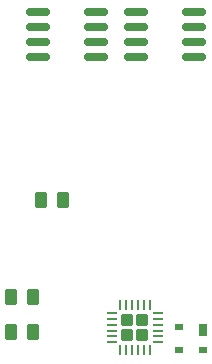
<source format=gbp>
%TF.GenerationSoftware,KiCad,Pcbnew,7.0.2*%
%TF.CreationDate,2023-09-04T15:16:37-04:00*%
%TF.ProjectId,skydiving-altimeter,736b7964-6976-4696-9e67-2d616c74696d,rev?*%
%TF.SameCoordinates,Original*%
%TF.FileFunction,Paste,Bot*%
%TF.FilePolarity,Positive*%
%FSLAX46Y46*%
G04 Gerber Fmt 4.6, Leading zero omitted, Abs format (unit mm)*
G04 Created by KiCad (PCBNEW 7.0.2) date 2023-09-04 15:16:37*
%MOMM*%
%LPD*%
G01*
G04 APERTURE LIST*
G04 Aperture macros list*
%AMRoundRect*
0 Rectangle with rounded corners*
0 $1 Rounding radius*
0 $2 $3 $4 $5 $6 $7 $8 $9 X,Y pos of 4 corners*
0 Add a 4 corners polygon primitive as box body*
4,1,4,$2,$3,$4,$5,$6,$7,$8,$9,$2,$3,0*
0 Add four circle primitives for the rounded corners*
1,1,$1+$1,$2,$3*
1,1,$1+$1,$4,$5*
1,1,$1+$1,$6,$7*
1,1,$1+$1,$8,$9*
0 Add four rect primitives between the rounded corners*
20,1,$1+$1,$2,$3,$4,$5,0*
20,1,$1+$1,$4,$5,$6,$7,0*
20,1,$1+$1,$6,$7,$8,$9,0*
20,1,$1+$1,$8,$9,$2,$3,0*%
G04 Aperture macros list end*
%ADD10RoundRect,0.150000X0.825000X0.150000X-0.825000X0.150000X-0.825000X-0.150000X0.825000X-0.150000X0*%
%ADD11R,0.700000X1.000000*%
%ADD12R,0.700000X0.600000*%
%ADD13RoundRect,0.250000X0.262500X0.450000X-0.262500X0.450000X-0.262500X-0.450000X0.262500X-0.450000X0*%
%ADD14RoundRect,0.250000X0.275000X0.275000X-0.275000X0.275000X-0.275000X-0.275000X0.275000X-0.275000X0*%
%ADD15RoundRect,0.062500X0.350000X0.062500X-0.350000X0.062500X-0.350000X-0.062500X0.350000X-0.062500X0*%
%ADD16RoundRect,0.062500X0.062500X0.350000X-0.062500X0.350000X-0.062500X-0.350000X0.062500X-0.350000X0*%
G04 APERTURE END LIST*
D10*
%TO.C,U6*%
X123825000Y-91440000D03*
X123825000Y-92710000D03*
X123825000Y-93980000D03*
X123825000Y-95250000D03*
X118875000Y-95250000D03*
X118875000Y-93980000D03*
X118875000Y-92710000D03*
X118875000Y-91440000D03*
%TD*%
D11*
%TO.C,D2*%
X124555000Y-118310000D03*
D12*
X124555000Y-120010000D03*
X122555000Y-120010000D03*
X122555000Y-118110000D03*
%TD*%
D13*
%TO.C,R6*%
X110132500Y-118520000D03*
X108307500Y-118520000D03*
%TD*%
%TO.C,R5*%
X110132500Y-115570000D03*
X108307500Y-115570000D03*
%TD*%
D14*
%TO.C,U3*%
X119427500Y-118780000D03*
X119427500Y-117480000D03*
X118127500Y-118780000D03*
X118127500Y-117480000D03*
D15*
X120715000Y-116880000D03*
X120715000Y-117380000D03*
X120715000Y-117880000D03*
X120715000Y-118380000D03*
X120715000Y-118880000D03*
X120715000Y-119380000D03*
D16*
X120027500Y-120067500D03*
X119527500Y-120067500D03*
X119027500Y-120067500D03*
X118527500Y-120067500D03*
X118027500Y-120067500D03*
X117527500Y-120067500D03*
D15*
X116840000Y-119380000D03*
X116840000Y-118880000D03*
X116840000Y-118380000D03*
X116840000Y-117880000D03*
X116840000Y-117380000D03*
X116840000Y-116880000D03*
D16*
X117527500Y-116192500D03*
X118027500Y-116192500D03*
X118527500Y-116192500D03*
X119027500Y-116192500D03*
X119527500Y-116192500D03*
X120027500Y-116192500D03*
%TD*%
D13*
%TO.C,R9*%
X112672500Y-107315000D03*
X110847500Y-107315000D03*
%TD*%
D10*
%TO.C,U7*%
X115505000Y-91440000D03*
X115505000Y-92710000D03*
X115505000Y-93980000D03*
X115505000Y-95250000D03*
X110555000Y-95250000D03*
X110555000Y-93980000D03*
X110555000Y-92710000D03*
X110555000Y-91440000D03*
%TD*%
M02*

</source>
